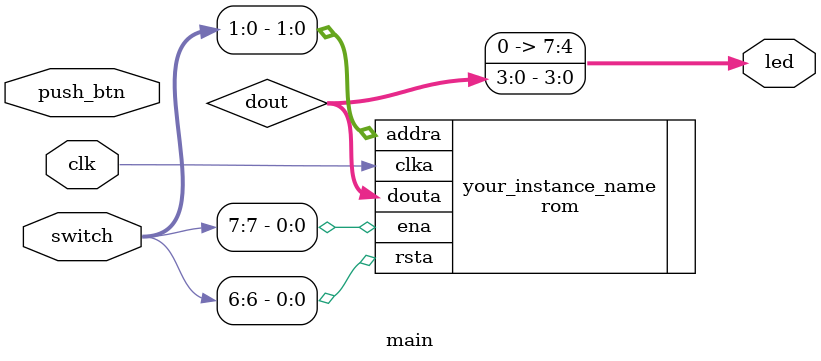
<source format=v>
`timescale 1ns / 1ps
module main(
		switch,
		led,
		clk,
		push_btn,
    );


input [7:0] switch;
input clk;
input push_btn;
output [7:0] led;

wire [3:0] dout;

rom your_instance_name (
  .clka(clk), // input clka
  .rsta(switch[6]), // input rsta
  .ena(switch[7]), // input ena
  .addra(switch[1:0]), // input [1 : 0] addra
  .douta(dout) // output [3 : 0] douta
);

assign led[3:0]=dout[3:0];
assign led[7:4]=4'b0;

endmodule

</source>
